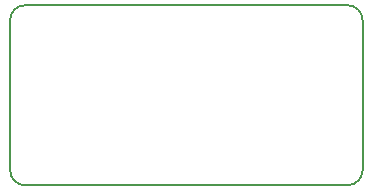
<source format=gbr>
G04 #@! TF.GenerationSoftware,KiCad,Pcbnew,5.0.2-bee76a0~70~ubuntu16.04.1*
G04 #@! TF.CreationDate,2019-07-30T14:22:58+02:00*
G04 #@! TF.ProjectId,hw-DAP42,68772d44-4150-4343-922e-6b696361645f,rev?*
G04 #@! TF.SameCoordinates,Original*
G04 #@! TF.FileFunction,Profile,NP*
%FSLAX46Y46*%
G04 Gerber Fmt 4.6, Leading zero omitted, Abs format (unit mm)*
G04 Created by KiCad (PCBNEW 5.0.2-bee76a0~70~ubuntu16.04.1) date Tue 30 Jul 2019 02:22:58 PM CEST*
%MOMM*%
%LPD*%
G01*
G04 APERTURE LIST*
%ADD10C,0.200000*%
G04 APERTURE END LIST*
D10*
X137795000Y-96520000D02*
G75*
G02X136525000Y-95250000I0J1270000D01*
G01*
X166370000Y-95250000D02*
G75*
G02X165100000Y-96520000I-1270000J0D01*
G01*
X165100000Y-81280000D02*
G75*
G02X166370000Y-82550000I0J-1270000D01*
G01*
X136525000Y-82550000D02*
G75*
G02X137795000Y-81280000I1270000J0D01*
G01*
X165100000Y-96520000D02*
X137795000Y-96520000D01*
X137795000Y-81280000D02*
X165100000Y-81280000D01*
X166370000Y-82550000D02*
X166370000Y-95250000D01*
X136525000Y-95250000D02*
X136525000Y-82550000D01*
M02*

</source>
